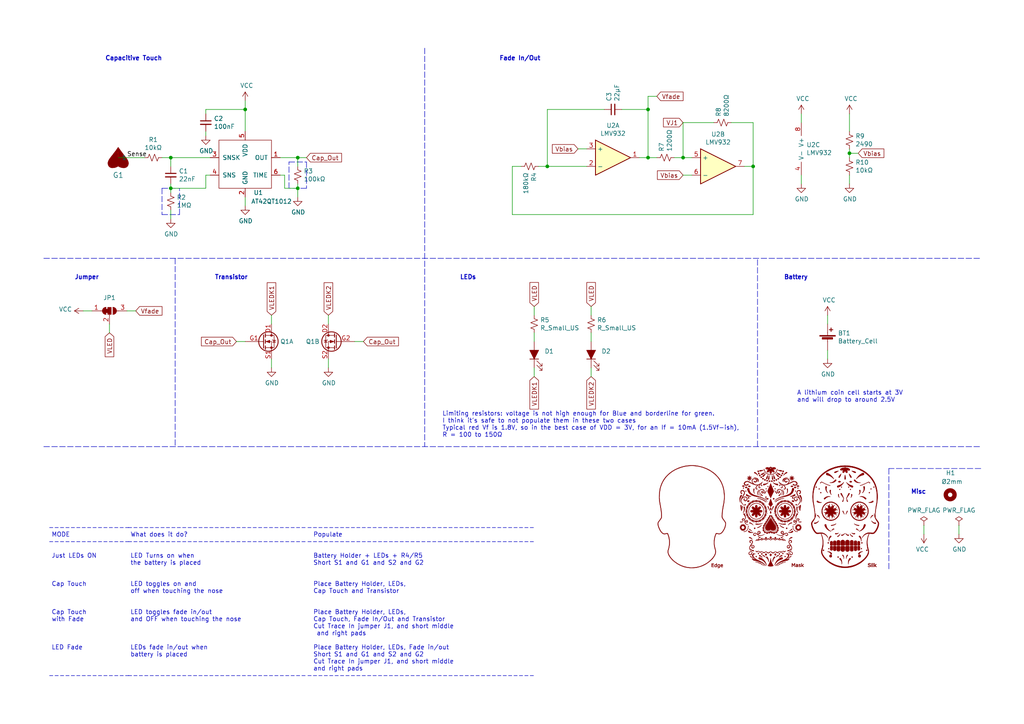
<source format=kicad_sch>
(kicad_sch (version 20211123) (generator eeschema)
  (paper "A4")
  (lib_symbols
    (symbol "Calavera:AT42QT1012" (pin_names (offset 1.016))
      (property "Reference" "U" (at 3.81 -7.62 0))
      (property "Value" "AT42QT1012" (at 8.89 -10.16 0))
      (symbol "AT42QT1012_1_1"
        (pin output line (at 10.16 2.54 180) (length 2.54) (name "OUT") (number "1"))
        (pin power_in line (at 0 -8.89 90) (length 2.54) (name "GND") (number "2"))
        (pin input line (at -10.16 2.54 0) (length 2.54) (name "SNSK") (number "3"))
        (pin input line (at -10.16 -2.54 0) (length 2.54) (name "SNS") (number "4"))
        (pin power_in line (at 0 10.16 270) (length 2.54) (name "VDD") (number "5"))
        (pin power_in line (at 10.16 -2.54 180) (length 2.54) (name "TIME") (number "6"))
      )
    )
    (symbol "Calavera:Battery_Cell" (pin_numbers hide) (pin_names (offset 0) hide)
      (property "Reference" "BT" (at 2.54 2.54 0))
      (property "Value" "Battery_Cell" (at 2.54 0 0))
      (symbol "Battery_Cell_1_1"
        (pin passive line (at 0 5.08 270) (length 2.54) (name "+") (number "+"))
        (pin passive line (at 0 -2.54 90) (length 2.54) (name "-") (number "-"))
      )
    )
    (symbol "Calavera:Edge" (pin_names (offset 1.016)))
    (symbol "Calavera:HeartPad" (pin_names (offset 1.016))
      (symbol "HeartPad_1_1"
        (pin output line (at 0 0 0) (length 0) (name "1") (number "1"))
      )
    )
    (symbol "Calavera:LED_ALT-Device" (pin_numbers hide) (pin_names (offset 1.016) hide)
      (property "Reference" "D" (at 0 2.54 0))
      (property "Value" "LED_ALT-Device" (at 0 -2.54 0))
      (symbol "LED_ALT-Device_1_1"
        (pin passive line (at -3.81 0 0) (length 2.54) (name "K") (number "1"))
        (pin passive line (at 3.81 0 180) (length 2.54) (name "A") (number "2"))
      )
    )
    (symbol "Calavera:Mask" (pin_names (offset 1.016)))
    (symbol "Calavera:Opamp_Dual_Generic-Device"
      (property "Reference" "U" (at 0 5.08 0))
      (property "Value" "Opamp_Dual_Generic-Device" (at 0 -5.08 0))
      (symbol "Opamp_Dual_Generic-Device_1_1"
        (pin output line (at 7.62 0 180) (length 2.54) (name "~") (number "1"))
        (pin input line (at -7.62 -2.54 0) (length 2.54) (name "-") (number "2"))
        (pin input line (at -7.62 2.54 0) (length 2.54) (name "+") (number "3"))
      )
      (symbol "Opamp_Dual_Generic-Device_2_1"
        (pin input line (at -7.62 2.54 0) (length 2.54) (name "+") (number "5"))
        (pin input line (at -7.62 -2.54 0) (length 2.54) (name "-") (number "6"))
        (pin output line (at 7.62 0 180) (length 2.54) (name "~") (number "7"))
      )
      (symbol "Opamp_Dual_Generic-Device_3_1"
        (pin power_in line (at -2.54 -7.62 90) (length 3.81) (name "V-") (number "4"))
        (pin power_in line (at -2.54 7.62 270) (length 3.81) (name "V+") (number "8"))
      )
    )
    (symbol "Calavera:Q_DUAL_NMOS" (pin_names (offset 0) hide)
      (property "Reference" "Q" (at 6.35 1.27 0))
      (property "Value" "Q_DUAL_NMOS" (at 11.43 -1.27 0))
      (symbol "Q_DUAL_NMOS_1_1"
        (pin passive line (at 2.54 5.08 270) (length 2.54) (name "D1") (number "D1"))
        (pin input line (at -5.08 0 0) (length 5.08) (name "G1") (number "G1"))
        (pin passive line (at 2.54 -5.08 90) (length 2.54) (name "S1") (number "S1"))
      )
      (symbol "Q_DUAL_NMOS_2_1"
        (pin passive line (at 2.54 5.08 270) (length 2.54) (name "D1") (number "D2"))
        (pin input line (at -5.08 0 0) (length 5.08) (name "G2") (number "G2"))
        (pin passive line (at 2.54 -5.08 90) (length 2.54) (name "S1") (number "S2"))
      )
    )
    (symbol "Calavera:Silk" (pin_names (offset 1.016)))
    (symbol "Calavera:SolderJumper_3_Bridged12-Jumper" (pin_names (offset 0) hide)
      (property "Reference" "JP" (at -2.54 -2.54 0))
      (property "Value" "SolderJumper_3_Bridged12-Jumper" (at 0 2.794 0))
      (symbol "SolderJumper_3_Bridged12-Jumper_1_1"
        (pin passive line (at -5.08 0 0) (length 2.54) (name "A") (number "1"))
        (pin input line (at 0 -3.81 90) (length 2.54) (name "C") (number "2"))
        (pin passive line (at 5.08 0 180) (length 2.54) (name "B") (number "3"))
      )
    )
    (symbol "Device:C_Small" (pin_numbers hide) (pin_names (offset 0.254) hide)
      (property "Reference" "C" (at 0.254 1.778 0))
      (property "Value" "C_Small" (at 0.254 -2.032 0))
      (symbol "C_Small_1_1"
        (pin passive line (at 0 2.54 270) (length 2.032) (name "~") (number "1"))
        (pin passive line (at 0 -2.54 90) (length 2.032) (name "~") (number "2"))
      )
    )
    (symbol "Device:R_Small_US" (pin_numbers hide) (pin_names (offset 0.254) hide)
      (property "Reference" "R" (at 0.762 0.508 0))
      (property "Value" "R_Small_US" (at 0.762 -1.016 0))
      (symbol "R_Small_US_1_1"
        (pin passive line (at 0 2.54 270) (length 1.016) (name "~") (number "1"))
        (pin passive line (at 0 -2.54 90) (length 1.016) (name "~") (number "2"))
      )
    )
    (symbol "Mechanical:MountingHole" (pin_names (offset 1.016))
      (property "Reference" "H" (at 0 5.08 0))
      (property "Value" "MountingHole" (at 0 3.175 0))
    )
    (symbol "power:GND" (power) (pin_names (offset 0))
      (property "Value" "GND" (at 0 -3.81 0))
      (symbol "GND_1_1"
        (pin power_in line (at 0 0 270) (length 0) hide (name "GND") (number "1"))
      )
    )
    (symbol "power:PWR_FLAG" (power) (pin_numbers hide) (pin_names (offset 0) hide)
      (property "Value" "PWR_FLAG" (at 0 3.81 0))
      (symbol "PWR_FLAG_0_0"
        (pin power_out line (at 0 0 90) (length 0) (name "pwr") (number "1"))
      )
    )
    (symbol "power:VCC" (power) (pin_names (offset 0))
      (property "Value" "VCC" (at 0 3.81 0))
      (symbol "VCC_1_1"
        (pin power_in line (at 0 0 90) (length 0) hide (name "VCC") (number "1"))
      )
    )
  )
  (junction (at 187.96 31.75))
  (junction (at 49.53 45.72))
  (junction (at 218.44 48.26))
  (junction (at 49.53 54.61))
  (junction (at 198.12 45.72))
  (junction (at 86.36 54.61))
  (junction (at 71.12 31.75))
  (junction (at 86.36 45.72))
  (junction (at 246.38 44.45))
  (junction (at 187.96 45.72))
  (junction (at 158.75 48.26))
  (polyline (pts (xy 88.9 46.99) (xy 88.9 54.61)))
  (wire (pts (xy 86.36 45.72) (xy 88.9 45.72)))
  (wire (pts (xy 198.12 35.56) (xy 207.01 35.56)))
  (wire (pts (xy 82.55 50.8) (xy 82.55 54.61)))
  (polyline (pts (xy 123.19 13.97) (xy 123.19 129.54)))
  (wire (pts (xy 158.75 31.75) (xy 175.26 31.75)))
  (polyline (pts (xy 219.71 129.54) (xy 219.71 74.93)))
  (wire (pts (xy 71.12 31.75) (xy 71.12 38.1)))
  (wire (pts (xy 212.09 35.56) (xy 218.44 35.56)))
  (wire (pts (xy 171.45 99.06) (xy 171.45 96.52)))
  (wire (pts (xy 78.74 91.44) (xy 78.74 93.98)))
  (wire (pts (xy 267.97 152.4) (xy 267.97 154.94)))
  (polyline (pts (xy 12.7 74.93) (xy 284.48 74.93)))
  (wire (pts (xy 246.38 43.18) (xy 246.38 44.45)))
  (wire (pts (xy 185.42 45.72) (xy 187.96 45.72)))
  (polyline (pts (xy 88.9 54.61) (xy 83.82 54.61)))
  (wire (pts (xy 218.44 48.26) (xy 215.9 48.26)))
  (wire (pts (xy 240.03 101.6) (xy 240.03 104.14)))
  (wire (pts (xy 86.36 54.61) (xy 86.36 57.15)))
  (wire (pts (xy 278.13 152.4) (xy 278.13 154.94)))
  (wire (pts (xy 148.59 48.26) (xy 148.59 62.23)))
  (polyline (pts (xy 46.99 54.61) (xy 46.99 62.23)))
  (wire (pts (xy 158.75 48.26) (xy 170.18 48.26)))
  (wire (pts (xy 154.94 99.06) (xy 154.94 96.52)))
  (wire (pts (xy 148.59 62.23) (xy 218.44 62.23)))
  (wire (pts (xy 154.94 106.68) (xy 154.94 109.22)))
  (wire (pts (xy 246.38 33.02) (xy 246.38 38.1)))
  (wire (pts (xy 34.29 45.72) (xy 41.91 45.72)))
  (wire (pts (xy 36.83 90.17) (xy 39.37 90.17)))
  (wire (pts (xy 171.45 106.68) (xy 171.45 109.22)))
  (polyline (pts (xy 284.48 135.89) (xy 257.81 135.89)))
  (wire (pts (xy 31.75 93.98) (xy 31.75 96.52)))
  (wire (pts (xy 49.53 45.72) (xy 60.96 45.72)))
  (wire (pts (xy 198.12 45.72) (xy 200.66 45.72)))
  (wire (pts (xy 59.69 33.02) (xy 59.69 31.75)))
  (polyline (pts (xy 83.82 54.61) (xy 83.82 46.99)))
  (wire (pts (xy 78.74 106.68) (xy 78.74 104.14)))
  (wire (pts (xy 187.96 31.75) (xy 187.96 45.72)))
  (wire (pts (xy 59.69 31.75) (xy 71.12 31.75)))
  (wire (pts (xy 95.25 91.44) (xy 95.25 93.98)))
  (wire (pts (xy 71.12 57.15) (xy 71.12 59.69)))
  (wire (pts (xy 240.03 93.98) (xy 240.03 91.44)))
  (wire (pts (xy 170.18 43.18) (xy 167.64 43.18)))
  (wire (pts (xy 246.38 44.45) (xy 248.92 44.45)))
  (wire (pts (xy 232.41 35.56) (xy 232.41 33.02)))
  (wire (pts (xy 102.87 99.06) (xy 105.41 99.06)))
  (wire (pts (xy 86.36 45.72) (xy 81.28 45.72)))
  (polyline (pts (xy 257.81 135.89) (xy 257.81 165.1)))
  (polyline (pts (xy 52.07 62.23) (xy 52.07 54.61)))
  (wire (pts (xy 95.25 104.14) (xy 95.25 106.68)))
  (wire (pts (xy 86.36 48.26) (xy 86.36 45.72)))
  (wire (pts (xy 198.12 45.72) (xy 198.12 35.56)))
  (wire (pts (xy 86.36 54.61) (xy 86.36 53.34)))
  (wire (pts (xy 49.53 53.34) (xy 49.53 54.61)))
  (wire (pts (xy 71.12 99.06) (xy 68.58 99.06)))
  (wire (pts (xy 71.12 29.21) (xy 71.12 31.75)))
  (wire (pts (xy 49.53 54.61) (xy 49.53 55.88)))
  (polyline (pts (xy 50.8 74.93) (xy 50.8 129.54)))
  (wire (pts (xy 26.67 90.17) (xy 24.13 90.17)))
  (wire (pts (xy 195.58 45.72) (xy 198.12 45.72)))
  (wire (pts (xy 158.75 31.75) (xy 158.75 48.26)))
  (wire (pts (xy 81.28 50.8) (xy 82.55 50.8)))
  (wire (pts (xy 190.5 27.94) (xy 187.96 27.94)))
  (polyline (pts (xy 46.99 62.23) (xy 52.07 62.23)))
  (wire (pts (xy 218.44 48.26) (xy 218.44 62.23)))
  (polyline (pts (xy 12.7 129.54) (xy 284.48 129.54)))
  (wire (pts (xy 232.41 50.8) (xy 232.41 53.34)))
  (wire (pts (xy 59.69 50.8) (xy 59.69 54.61)))
  (wire (pts (xy 46.99 45.72) (xy 49.53 45.72)))
  (wire (pts (xy 246.38 44.45) (xy 246.38 45.72)))
  (wire (pts (xy 59.69 54.61) (xy 49.53 54.61)))
  (wire (pts (xy 49.53 60.96) (xy 49.53 63.5)))
  (wire (pts (xy 59.69 39.37) (xy 59.69 38.1)))
  (polyline (pts (xy 46.99 54.61) (xy 52.07 54.61)))
  (wire (pts (xy 171.45 91.44) (xy 171.45 88.9)))
  (wire (pts (xy 180.34 31.75) (xy 187.96 31.75)))
  (wire (pts (xy 218.44 35.56) (xy 218.44 48.26)))
  (wire (pts (xy 49.53 48.26) (xy 49.53 45.72)))
  (wire (pts (xy 60.96 50.8) (xy 59.69 50.8)))
  (polyline (pts (xy 83.82 46.99) (xy 88.9 46.99)))
  (wire (pts (xy 187.96 27.94) (xy 187.96 31.75)))
  (wire (pts (xy 151.13 48.26) (xy 148.59 48.26)))
  (wire (pts (xy 246.38 50.8) (xy 246.38 53.34)))
  (wire (pts (xy 82.55 54.61) (xy 86.36 54.61)))
  (wire (pts (xy 154.94 91.44) (xy 154.94 88.9)))
  (wire (pts (xy 200.66 50.8) (xy 198.12 50.8)))
  (wire (pts (xy 187.96 45.72) (xy 190.5 45.72)))
  (wire (pts (xy 158.75 48.26) (xy 156.21 48.26)))
  (text "A lithium coin cell starts at 3V \nand will drop to around 2.5V" (at 231.14 116.84 0) (effects (font (size 1.27 1.27)) (justify left bottom)))
  (text "Battery" (at 227.33 81.28 0) (effects (font (size 1.27 1.27) (thickness 0.254) bold) (justify left bottom)))
  (text "---------------\n MODE          \n---------------\n               \n Just LEDs ON  \n               \n               \n               \n Cap Touch     \n               \n               \n               \n Cap Touch     \n with Fade     \n               \n\n               \n LED Fade      \n               \n\n               \n---------------" (at 13.97 196.85 0) (effects (font (size 1.27 1.27)) (justify left bottom)))
  (text "Capacitive Touch" (at 30.48 17.78 0) (effects (font (size 1.27 1.27) (thickness 0.254) bold) (justify left bottom)))
  (text "Misc" (at 264.16 143.51 0) (effects (font (size 1.27 1.27) (thickness 0.254) bold) (justify left bottom)))
  (text "Jumper" (at 21.59 81.28 0) (effects (font (size 1.27 1.27) (thickness 0.254) bold) (justify left bottom)))
  (text "Fade In/Out" (at 144.78 17.78 0) (effects (font (size 1.27 1.27) (thickness 0.254) bold) (justify left bottom)))
  (text "Transistor" (at 62.23 81.28 0) (effects (font (size 1.27 1.27) (thickness 0.254) bold) (justify left bottom)))
  (text "Limiting resistors: voltage is not high enough for Blue and borderline for green.\nI think it's safe to not populate them in these two cases\nTypical red Vf is 1.8V, so in the best case of VDD = 3V, for an If = 10mA (1.5Vf-ish), \nR = 100 to 150Ω" (at 128.27 127 0) (effects (font (size 1.27 1.27)) (justify left bottom)))
  (text "---------------------------------\n What does it do?                \n---------------------------------\n                                 \n LED Turns on when               \n the battery is placed           \n                                 \n                                 \n LED toggles on and              \n off when touching the nose      \n                                 \n                                 \n LED toggles fade in/out         \n and OFF when touching the nose  \n                                 \n\n                                 \n LEDs fade in/out when           \n battery is placed               \n                            \n     \n---------------------------------" (at 36.83 196.85 0) (effects (font (size 1.27 1.27)) (justify left bottom)))
  (text "------------------------------------------\n  Populate                                \n------------------------------------------\n                                          \n  Battery Holder + LEDs + R4/R5           \n  Short S1 and G1 and S2 and G2           \n                                          \n                                          \n  Place Battery Holder, LEDs,             \n  Cap Touch and Transistor                \n                                          \n                                          \n  Place Battery Holder, LEDs,             \n  Cap Touch, Fade In/Out and Transistor   \n  Cut Trace In jumper J1, and short middle\n   and right pads                                        \n                                          \n  Place Battery Holder, LEDs, Fade in/out \n  Short S1 and G1 and S2 and G2           \n  Cut Trace In jumper J1, and short middle\n  and right pads                                        \n------------------------------------------" (at 88.9 196.85 0) (effects (font (size 1.27 1.27)) (justify left bottom)))
  (text "LEDs" (at 133.35 81.28 0) (effects (font (size 1.27 1.27) (thickness 0.254) bold) (justify left bottom)))
  (label "Sense" (at 36.83 45.72 0))
  (global_label "VLED" (shape input) (at 154.94 88.9 90) (property "Intersheet References" "${INTERSHEET_REFS}" (effects hide)))
  (global_label "Vbias" (shape input) (at 167.64 43.18 180) (property "Intersheet References" "${INTERSHEET_REFS}" (effects hide)))
  (global_label "Cap_Out" (shape input) (at 105.41 99.06 0) (property "Intersheet References" "${INTERSHEET_REFS}" (effects hide)))
  (global_label "Vfade" (shape input) (at 190.5 27.94 0) (property "Intersheet References" "${INTERSHEET_REFS}" (effects hide)))
  (global_label "VJ1" (shape input) (at 198.12 35.56 180) (property "Intersheet References" "${INTERSHEET_REFS}" (effects hide)))
  (global_label "VLEDK1" (shape input) (at 78.74 91.44 90) (property "Intersheet References" "${INTERSHEET_REFS}" (effects hide)))
  (global_label "VLED" (shape input) (at 31.75 96.52 270) (property "Intersheet References" "${INTERSHEET_REFS}" (effects hide)))
  (global_label "Vfade" (shape input) (at 39.37 90.17 0) (property "Intersheet References" "${INTERSHEET_REFS}" (effects hide)))
  (global_label "VLED" (shape input) (at 171.45 88.9 90) (property "Intersheet References" "${INTERSHEET_REFS}" (effects hide)))
  (global_label "VLEDK1" (shape input) (at 154.94 109.22 270) (property "Intersheet References" "${INTERSHEET_REFS}" (effects hide)))
  (global_label "Cap_Out" (shape input) (at 68.58 99.06 180) (property "Intersheet References" "${INTERSHEET_REFS}" (effects hide)))
  (global_label "VLEDK2" (shape input) (at 171.45 109.22 270) (property "Intersheet References" "${INTERSHEET_REFS}" (effects hide)))
  (global_label "Vbias" (shape input) (at 248.92 44.45 0) (property "Intersheet References" "${INTERSHEET_REFS}" (effects hide)))
  (global_label "VLEDK2" (shape input) (at 95.25 91.44 90) (property "Intersheet References" "${INTERSHEET_REFS}" (effects hide)))
  (global_label "Vbias" (shape input) (at 198.12 50.8 180) (property "Intersheet References" "${INTERSHEET_REFS}" (effects hide)))
  (global_label "Cap_Out" (shape input) (at 88.9 45.72 0) (property "Intersheet References" "${INTERSHEET_REFS}" (effects hide)))
  (symbol (lib_id "Device:R_Small_US") (at 44.45 45.72 270) (unit 1)
    (property "Reference" "R1" (at 44.45 40.513 90))
    (property "Value" "10kΩ" (at 44.45 42.8244 90))
    (property "Footprint" "Calavera:0805-R_Handsolder" (effects hide))
  )
  (symbol (lib_id "Device:C_Small") (at 49.53 50.8 0) (unit 1)
    (property "Reference" "C1" (at 51.8668 49.6316 0) (effects (justify left)))
    (property "Value" "22nF" (at 51.8668 51.943 0) (effects (justify left)))
    (property "Footprint" "Calavera:0805-C_Handsolder" (effects hide))
  )
  (symbol (lib_id "Device:R_Small_US") (at 49.53 58.42 0) (unit 1)
    (property "Reference" "R2" (at 51.2572 57.2516 0) (effects (justify left)))
    (property "Value" "1MΩ" (at 51.2572 59.563 0) (effects (justify left)))
    (property "Footprint" "Calavera:0805-R_Handsolder" (effects hide))
  )
  (symbol (lib_id "Calavera:AT42QT1012") (at 71.12 48.26 0) (unit 1)
    (property "Reference" "U1" (at 74.93 55.88 0))
    (property "Value" "AT42QT1012" (at 78.74 58.42 0))
    (property "Footprint" "Calavera:SOT23-6-AT42QT1012_Handsolder" (effects hide))
    (property "Datasheet" "http://ww1.microchip.com/downloads/en/devicedoc/40001948a.pdf" (effects hide))
    (property "MPN" "AT42QT1012-TSHR " (effects hide))
    (property "Manufacturer " "MicroChip" (effects hide))
  )
  (symbol (lib_id "Calavera:HeartPad") (at 34.29 45.72 0) (unit 1)
    (property "Reference" "G1" (at 34.29 50.8 0) (effects (font (size 1.524 1.524))))
    (property "Value" "HeartPad" (effects hide))
    (property "Footprint" "Calavera:Calavera_Cap_Pad" (effects hide))
  )
  (symbol (lib_id "power:GND") (at 49.53 63.5 0) (unit 1)
    (property "Reference" "#PWR02" (effects hide))
    (property "Value" "GND" (at 49.657 67.8942 0))
  )
  (symbol (lib_id "power:GND") (at 71.12 59.69 0) (unit 1)
    (property "Reference" "#PWR05" (effects hide))
    (property "Value" "GND" (at 71.247 64.0842 0))
  )
  (symbol (lib_id "Device:R_Small_US") (at 86.36 50.8 0) (unit 1)
    (property "Reference" "R3" (at 88.0872 49.6316 0) (effects (justify left)))
    (property "Value" "100kΩ" (at 88.0872 51.943 0) (effects (justify left)))
    (property "Footprint" "Calavera:0805-R_Handsolder" (effects hide))
  )
  (symbol (lib_id "power:GND") (at 86.36 57.15 0) (unit 1)
    (property "Reference" "#PWR07" (effects hide))
    (property "Value" "GND" (at 86.487 61.5442 0))
  )
  (symbol (lib_id "Device:C_Small") (at 59.69 35.56 0) (unit 1)
    (property "Reference" "C2" (at 62.0268 34.3916 0) (effects (justify left)))
    (property "Value" "100nF" (at 62.0268 36.703 0) (effects (justify left)))
    (property "Footprint" "Calavera:0805-C_Handsolder" (effects hide))
  )
  (symbol (lib_id "power:GND") (at 59.69 39.37 0) (unit 1)
    (property "Reference" "#PWR03" (effects hide))
    (property "Value" "GND" (at 59.817 43.7642 0))
  )
  (symbol (lib_id "power:VCC") (at 71.12 29.21 0) (unit 1)
    (property "Reference" "#PWR04" (effects hide))
    (property "Value" "VCC" (at 71.5518 24.8158 0))
  )
  (symbol (lib_id "Calavera:LED_ALT-Device") (at 154.94 102.87 90) (unit 1)
    (property "Reference" "D1" (at 157.9372 101.8794 90) (effects (justify right)))
    (property "Value" "LED_Small_ALT" (effects hide))
    (property "Footprint" "Calavera:LED_D3.0mm_ThroughHole" (effects hide))
  )
  (symbol (lib_id "power:GND") (at 78.74 106.68 0) (unit 1)
    (property "Reference" "#PWR06" (effects hide))
    (property "Value" "GND" (at 78.867 111.0742 0))
  )
  (symbol (lib_id "Calavera:LED_ALT-Device") (at 171.45 102.87 90) (unit 1)
    (property "Reference" "D2" (at 174.4472 101.8794 90) (effects (justify right)))
    (property "Value" "LED_Small_ALT" (effects hide))
    (property "Footprint" "Calavera:LED_D3.0mm_ThroughHole" (effects hide))
  )
  (symbol (lib_id "power:GND") (at 95.25 106.68 0) (unit 1)
    (property "Reference" "#PWR08" (effects hide))
    (property "Value" "GND" (at 95.377 111.0742 0))
  )
  (symbol (lib_id "Device:R_Small_US") (at 154.94 93.98 0) (unit 1)
    (property "Reference" "R5" (at 156.6672 92.8116 0) (effects (justify left)))
    (property "Value" "R_Small_US" (at 156.6672 95.123 0) (effects (justify left)))
    (property "Footprint" "Calavera:0805-R_Handsolder" (effects hide))
  )
  (symbol (lib_id "Device:R_Small_US") (at 171.45 93.98 0) (unit 1)
    (property "Reference" "R6" (at 173.1772 92.8116 0) (effects (justify left)))
    (property "Value" "R_Small_US" (at 173.1772 95.123 0) (effects (justify left)))
    (property "Footprint" "Calavera:0805-R_Handsolder" (effects hide))
  )
  (symbol (lib_id "Calavera:Battery_Cell") (at 240.03 99.06 0) (unit 1)
    (property "Reference" "BT1" (at 243.0272 96.6216 0) (effects (justify left)))
    (property "Value" "Battery_Cell" (at 243.0272 98.933 0) (effects (justify left)))
    (property "Footprint" "Calavera:CR2032_Multicomp_MP000357_Alternative" (effects hide))
    (property "MPN" "MP000357" (effects hide))
    (property "Manufacturer " "Multicomp" (effects hide))
  )
  (symbol (lib_id "power:GND") (at 240.03 104.14 0) (unit 1)
    (property "Reference" "#PWR012" (effects hide))
    (property "Value" "GND" (at 240.157 108.5342 0))
  )
  (symbol (lib_id "power:VCC") (at 240.03 91.44 0) (unit 1)
    (property "Reference" "#PWR011" (effects hide))
    (property "Value" "VCC" (at 240.4618 87.0458 0))
  )
  (symbol (lib_id "Calavera:SolderJumper_3_Bridged12-Jumper") (at 31.75 90.17 0) (unit 1)
    (property "Reference" "JP1" (at 31.75 86.36 0))
    (property "Value" "SolderJumper_3_Bridged12" (effects hide))
    (property "Footprint" "Calavera:SolderJumper-3_P1.3mm_Bridged12_RoundedPad1.0x1.5mm" (effects hide))
  )
  (symbol (lib_id "power:VCC") (at 24.13 90.17 90) (unit 1)
    (property "Reference" "#PWR01" (effects hide))
    (property "Value" "VCC" (at 20.9042 89.7128 90) (effects (justify left)))
  )
  (symbol (lib_id "Calavera:Q_DUAL_NMOS") (at 76.2 99.06 0) (unit 1)
    (property "Reference" "Q1" (at 81.28 99.06 0) (effects (justify left)))
    (property "Value" "Q_DUAL_NMOS" (effects hide))
    (property "Footprint" "Calavera:SOT-363_NX138BKS_Handsolder" (effects hide))
    (property "Datasheet" "https://www.diodes.com/assets/Datasheets/ds30937.pdf" (effects hide))
    (property "MPN" "DMN2004DMK" (effects hide))
    (property "Manufacturer " "Diodes Inc." (effects hide))
  )
  (symbol (lib_id "Calavera:Q_DUAL_NMOS") (at 97.79 99.06 0) (mirror y) (unit 2)
    (property "Reference" "Q1" (at 92.71 99.06 0) (effects (justify left)))
    (property "Value" "Q_DUAL_NMOS" (effects hide))
    (property "Footprint" "Calavera:SOT-363_NX138BKS_Handsolder" (effects hide))
    (property "Datasheet" "https://www.diodes.com/assets/Datasheets/ds30937.pdf" (effects hide))
    (property "MPN" "DMN2004DMK" (effects hide))
    (property "Manufacturer " "Diodes Inc." (effects hide))
  )
  (symbol (lib_id "Calavera:Opamp_Dual_Generic-Device") (at 177.8 45.72 0) (unit 1)
    (property "Reference" "U2" (at 177.8 36.3982 0))
    (property "Value" "LMV932" (at 177.8 38.7096 0))
    (property "Footprint" "Calavera:SOIC-8_Dual_OpAmp_Handsolder" (effects hide))
    (property "Datasheet" "https://www.onsemi.com/pub/Collateral/LMV931-D.PDF" (effects hide))
    (property "MPN" "MV932DR2G" (effects hide))
    (property "Manufacturer " "OnSemi" (effects hide))
  )
  (symbol (lib_id "Calavera:Opamp_Dual_Generic-Device") (at 208.28 48.26 0) (unit 2)
    (property "Reference" "U2" (at 208.28 38.9382 0))
    (property "Value" "LMV932" (at 208.28 41.2496 0))
    (property "Footprint" "Calavera:SOIC-8_Dual_OpAmp_Handsolder" (effects hide))
    (property "Datasheet" "https://www.onsemi.com/pub/Collateral/LMV931-D.PDF" (effects hide))
    (property "MPN" "MV932DR2G" (effects hide))
    (property "Manufacturer " "OnSemi" (effects hide))
  )
  (symbol (lib_id "Calavera:Opamp_Dual_Generic-Device") (at 234.95 43.18 0) (unit 3)
    (property "Reference" "U2" (at 233.8832 42.0116 0) (effects (justify left)))
    (property "Value" "LMV932" (at 233.8832 44.323 0) (effects (justify left)))
    (property "Footprint" "Calavera:SOIC-8_Dual_OpAmp_Handsolder" (effects hide))
    (property "Datasheet" "https://www.onsemi.com/pub/Collateral/LMV931-D.PDF" (effects hide))
    (property "MPN" "MV932DR2G" (effects hide))
    (property "Manufacturer " "OnSemi" (effects hide))
  )
  (symbol (lib_id "Device:C_Small") (at 177.8 31.75 90) (unit 1)
    (property "Reference" "C3" (at 176.6316 29.4132 0) (effects (justify left)))
    (property "Value" "22μF" (at 178.943 29.4132 0) (effects (justify left)))
    (property "Footprint" "Calavera:0805-C_Handsolder" (effects hide))
  )
  (symbol (lib_id "Device:R_Small_US") (at 193.04 45.72 90) (unit 1)
    (property "Reference" "R7" (at 191.8716 43.9928 0) (effects (justify left)))
    (property "Value" "1200Ω" (at 194.183 43.9928 0) (effects (justify left)))
    (property "Footprint" "Calavera:0805-R_Handsolder" (effects hide))
  )
  (symbol (lib_id "Device:R_Small_US") (at 209.55 35.56 90) (unit 1)
    (property "Reference" "R8" (at 208.3816 33.8328 0) (effects (justify left)))
    (property "Value" "8200Ω" (at 210.693 33.8328 0) (effects (justify left)))
    (property "Footprint" "Calavera:0805-R_Handsolder" (effects hide))
  )
  (symbol (lib_id "Device:R_Small_US") (at 153.67 48.26 270) (unit 1)
    (property "Reference" "R4" (at 154.8384 49.9872 0) (effects (justify left)))
    (property "Value" "180kΩ" (at 152.527 49.9872 0) (effects (justify left)))
    (property "Footprint" "Calavera:0805-R_Handsolder" (effects hide))
  )
  (symbol (lib_id "power:PWR_FLAG") (at 278.13 152.4 0) (unit 1)
    (property "Reference" "#FLG02" (effects hide))
    (property "Value" "PWR_FLAG" (at 278.13 148.0058 0))
  )
  (symbol (lib_id "power:PWR_FLAG") (at 267.97 152.4 0) (unit 1)
    (property "Reference" "#FLG01" (effects hide))
    (property "Value" "PWR_FLAG" (at 267.97 148.0058 0))
  )
  (symbol (lib_id "power:GND") (at 278.13 154.94 0) (unit 1)
    (property "Reference" "#PWR016" (effects hide))
    (property "Value" "GND" (at 278.257 159.3342 0))
  )
  (symbol (lib_id "power:VCC") (at 267.97 154.94 180) (unit 1)
    (property "Reference" "#PWR015" (effects hide))
    (property "Value" "VCC" (at 267.5128 159.3342 0))
  )
  (symbol (lib_id "power:VCC") (at 232.41 33.02 0) (unit 1)
    (property "Reference" "#PWR09" (effects hide))
    (property "Value" "VCC" (at 232.8418 28.6258 0))
  )
  (symbol (lib_id "power:GND") (at 232.41 53.34 0) (unit 1)
    (property "Reference" "#PWR010" (effects hide))
    (property "Value" "GND" (at 232.537 57.7342 0))
  )
  (symbol (lib_id "Device:R_Small_US") (at 246.38 40.64 0) (unit 1)
    (property "Reference" "R9" (at 248.1072 39.4716 0) (effects (justify left)))
    (property "Value" "2490" (at 248.1072 41.783 0) (effects (justify left)))
    (property "Footprint" "Calavera:0805-R_Handsolder" (effects hide))
  )
  (symbol (lib_id "Device:R_Small_US") (at 246.38 48.26 0) (unit 1)
    (property "Reference" "R10" (at 248.1072 47.0916 0) (effects (justify left)))
    (property "Value" "10kΩ" (at 248.1072 49.403 0) (effects (justify left)))
    (property "Footprint" "Calavera:0805-R_Handsolder" (effects hide))
  )
  (symbol (lib_id "power:VCC") (at 246.38 33.02 0) (unit 1)
    (property "Reference" "#PWR013" (effects hide))
    (property "Value" "VCC" (at 246.8118 28.6258 0))
  )
  (symbol (lib_id "power:GND") (at 246.38 53.34 0) (unit 1)
    (property "Reference" "#PWR014" (effects hide))
    (property "Value" "GND" (at 246.507 57.7342 0))
  )
  (symbol (lib_id "Calavera:Silk") (at 245.11 149.86 0) (unit 1)
    (property "Reference" "G4" (effects hide))
    (property "Value" "Silk" (effects hide))
    (property "Footprint" "Calavera:Calavera_SilkScreen_1200dpi" (effects hide))
  )
  (symbol (lib_id "Calavera:Mask") (at 223.52 149.86 0) (unit 1)
    (property "Reference" "G3" (effects hide))
    (property "Value" "Mask" (effects hide))
    (property "Footprint" "Calavera:Calavera_SolderMask_1200dpi_Border" (effects hide))
  )
  (symbol (lib_id "Calavera:Edge") (at 200.66 149.86 0) (unit 1)
    (property "Reference" "G2" (effects hide))
    (property "Value" "Edge" (effects hide))
    (property "Footprint" "Calavera:Calavera_Board_Margins" (effects hide))
  )
  (symbol (lib_id "Mechanical:MountingHole") (at 275.59 143.51 0) (unit 1)
    (property "Reference" "H1" (at 274.32 137.16 0) (effects (justify left)))
    (property "Value" "Ø2mm" (at 273.05 139.7 0) (effects (justify left)))
    (property "Footprint" "Calavera:MountingHole_2mm" (effects hide))
  )
)
</source>
